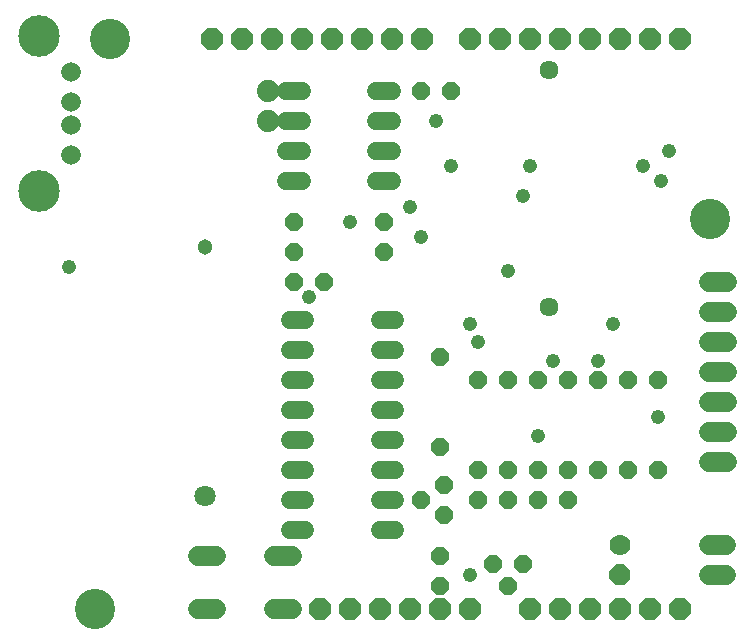
<source format=gbs>
G75*
%MOIN*%
%OFA0B0*%
%FSLAX24Y24*%
%IPPOS*%
%LPD*%
%AMOC8*
5,1,8,0,0,1.08239X$1,22.5*
%
%ADD10C,0.0680*%
%ADD11OC8,0.0600*%
%ADD12C,0.0513*%
%ADD13C,0.0710*%
%ADD14OC8,0.0740*%
%ADD15C,0.1340*%
%ADD16OC8,0.0700*%
%ADD17C,0.0700*%
%ADD18C,0.0600*%
%ADD19C,0.0654*%
%ADD20C,0.1386*%
%ADD21C,0.0740*%
%ADD22C,0.0634*%
%ADD23C,0.0674*%
%ADD24C,0.0476*%
D10*
X011620Y001485D02*
X012220Y001485D01*
X014180Y001485D02*
X014780Y001485D01*
X014780Y003265D02*
X014180Y003265D01*
X012220Y003265D02*
X011620Y003265D01*
X028650Y006375D02*
X029250Y006375D01*
X029250Y007375D02*
X028650Y007375D01*
X028650Y008375D02*
X029250Y008375D01*
X029250Y009375D02*
X028650Y009375D01*
X028650Y010375D02*
X029250Y010375D01*
X029250Y011375D02*
X028650Y011375D01*
X028650Y012375D02*
X029250Y012375D01*
D11*
X026950Y009125D03*
X025950Y009125D03*
X024950Y009125D03*
X023950Y009125D03*
X022950Y009125D03*
X021950Y009125D03*
X020950Y009125D03*
X019700Y009875D03*
X015825Y012375D03*
X014825Y012375D03*
X014825Y013375D03*
X014825Y014375D03*
X017825Y014375D03*
X017825Y013375D03*
X019075Y018750D03*
X020075Y018750D03*
X019700Y006875D03*
X020950Y006125D03*
X021950Y006125D03*
X022950Y006125D03*
X023950Y006125D03*
X024950Y006125D03*
X025950Y006125D03*
X026950Y006125D03*
X023950Y005125D03*
X022950Y005125D03*
X021950Y005125D03*
X020950Y005125D03*
X019825Y004625D03*
X019075Y005125D03*
X019825Y005625D03*
X019700Y003250D03*
X019700Y002250D03*
X021450Y003000D03*
X021950Y002250D03*
X022450Y003000D03*
D12*
X011873Y013567D03*
D13*
X011873Y005260D03*
D14*
X015700Y001500D03*
X016700Y001500D03*
X017700Y001500D03*
X018700Y001500D03*
X019700Y001500D03*
X020700Y001500D03*
X022700Y001500D03*
X023700Y001500D03*
X024700Y001500D03*
X025700Y001500D03*
X026700Y001500D03*
X027700Y001500D03*
X027700Y020500D03*
X026700Y020500D03*
X025700Y020500D03*
X024700Y020500D03*
X023700Y020500D03*
X022700Y020500D03*
X021700Y020500D03*
X020700Y020500D03*
X019100Y020500D03*
X018100Y020500D03*
X017100Y020500D03*
X016100Y020500D03*
X015100Y020500D03*
X014100Y020500D03*
X013100Y020500D03*
X012100Y020500D03*
D15*
X008200Y001500D03*
X028700Y014500D03*
X008700Y020500D03*
D16*
X025700Y002625D03*
D17*
X025700Y003625D03*
D18*
X018210Y004125D02*
X017690Y004125D01*
X017690Y005125D02*
X018210Y005125D01*
X018210Y006125D02*
X017690Y006125D01*
X017690Y007125D02*
X018210Y007125D01*
X018210Y008125D02*
X017690Y008125D01*
X017690Y009125D02*
X018210Y009125D01*
X018210Y010125D02*
X017690Y010125D01*
X017690Y011125D02*
X018210Y011125D01*
X015210Y011125D02*
X014690Y011125D01*
X014690Y010125D02*
X015210Y010125D01*
X015210Y009125D02*
X014690Y009125D01*
X014690Y008125D02*
X015210Y008125D01*
X015210Y007125D02*
X014690Y007125D01*
X014690Y006125D02*
X015210Y006125D01*
X015210Y005125D02*
X014690Y005125D01*
X014690Y004125D02*
X015210Y004125D01*
X015085Y015750D02*
X014565Y015750D01*
X014565Y016750D02*
X015085Y016750D01*
X015085Y017750D02*
X014565Y017750D01*
X014565Y018750D02*
X015085Y018750D01*
X017565Y018750D02*
X018085Y018750D01*
X018085Y017750D02*
X017565Y017750D01*
X017565Y016750D02*
X018085Y016750D01*
X018085Y015750D02*
X017565Y015750D01*
D19*
X007392Y016622D03*
X007392Y017606D03*
X007392Y018394D03*
X007392Y019378D03*
D20*
X006325Y020587D03*
X006325Y015413D03*
D21*
X013950Y017750D03*
X013950Y018750D03*
D22*
X023325Y019437D03*
X023325Y011563D03*
D23*
X028653Y003625D02*
X029247Y003625D01*
X029247Y002625D02*
X028653Y002625D01*
D24*
X022950Y007250D03*
X023450Y009750D03*
X024950Y009750D03*
X025450Y011000D03*
X021950Y012750D03*
X020700Y011000D03*
X020950Y010375D03*
X019075Y013875D03*
X018700Y014875D03*
X016700Y014375D03*
X020075Y016250D03*
X019575Y017750D03*
X022700Y016250D03*
X022450Y015250D03*
X026450Y016250D03*
X027075Y015750D03*
X027325Y016750D03*
X015325Y011875D03*
X007325Y012875D03*
X020700Y002625D03*
X026950Y007875D03*
M02*

</source>
